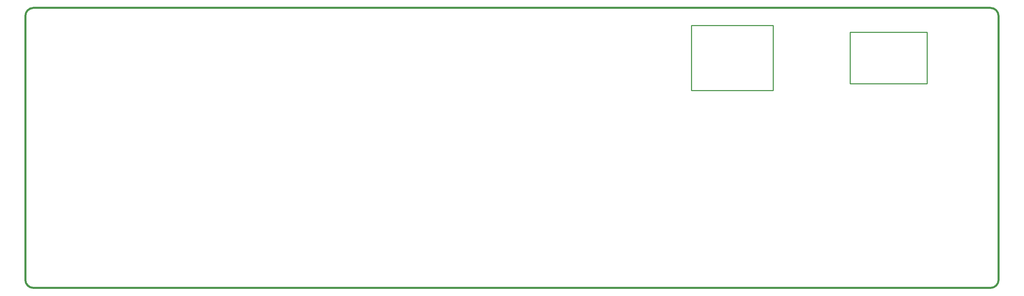
<source format=gts>
G04*
G04 #@! TF.GenerationSoftware,Altium Limited,Altium Designer,22.6.1 (34)*
G04*
G04 Layer_Color=8388736*
%FSLAX43Y43*%
%MOMM*%
G71*
G04*
G04 #@! TF.SameCoordinates,99C1152C-6A39-4C0D-8BA1-0B4153190082*
G04*
G04*
G04 #@! TF.FilePolarity,Negative*
G04*
G01*
G75*
%ADD11C,0.500*%
%ADD12C,0.250*%
D11*
X87000Y160000D02*
G03*
X85000Y158000I0J-2000D01*
G01*
X328000D02*
G03*
X326000Y160000I-2000J0D01*
G01*
X326000Y90000D02*
G03*
X328000Y92000I0J2000D01*
G01*
X85000D02*
G03*
X87000Y90000I2000J0D01*
G01*
Y160000D02*
X326000D01*
X328000Y158000D02*
X328000Y92000D01*
X326000Y89987D02*
Y90000D01*
X87000Y90000D02*
X326000D01*
X85000Y92000D02*
Y158000D01*
D12*
X290900Y153950D02*
X290900Y141050D01*
X310100Y141050D01*
X310100Y153950D02*
X310100Y141050D01*
X290900Y153950D02*
X310100Y153950D01*
X251300Y139400D02*
X271700D01*
X251300D02*
Y155600D01*
X271700D01*
Y139400D02*
Y155600D01*
M02*

</source>
